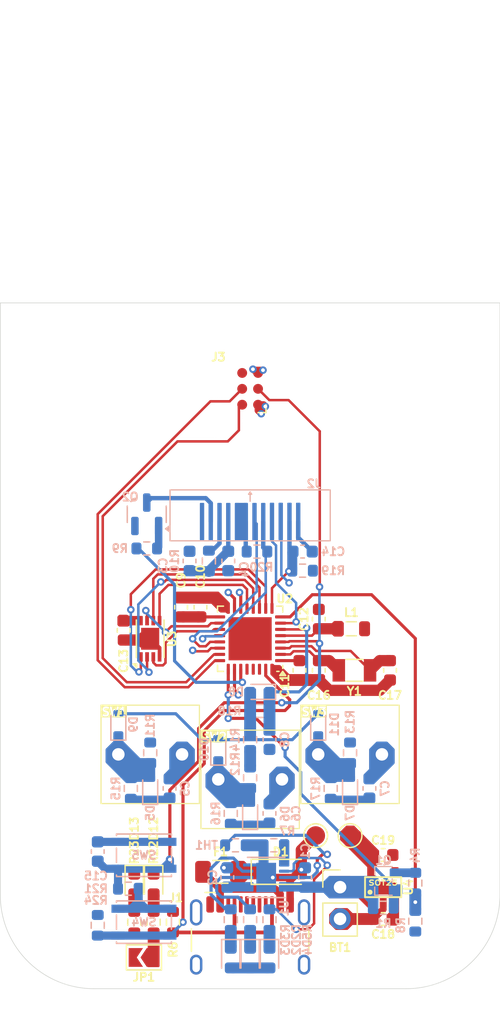
<source format=kicad_pcb>
(kicad_pcb (version 20241229) (generator "pcbnew") (generator_version "9.0")
  (layers (0 "F.Cu" signal) (4 "In1.Cu" signal) (6 "In2.Cu" signal) (2 "B.Cu" signal) (13 "F.Paste" user) (15 "B.Paste" user) (5 "F.SilkS" user "F.Silkscreen") (7 "B.SilkS" user "B.Silkscreen") (1 "F.Mask" user) (3 "B.Mask" user) (25 "Edge.Cuts" user))
  (net 0 "")
  (net 1 "+BATT")
  (net 2 "GND")
  (net 3 "Net-(D1-K)")
  (net 4 "/A")
  (net 5 "/B")
  (net 6 "/C")
  (net 7 "/WAKE")
  (net 8 "+3V3")
  (net 9 "+3.3VA")
  (net 10 "/NRST")
  (net 11 "/LSE_I")
  (net 12 "/LSE_O")
  (net 13 "Net-(D2-K)")
  (net 14 "Net-(D3-K)")
  (net 15 "Net-(D4-K)")
  (net 16 "/A_SW")
  (net 17 "/B_SW")
  (net 18 "/C_SW")
  (net 19 "Net-(D10-A)")
  (net 20 "Net-(D12-A)")
  (net 21 "/STATUS")
  (net 22 "Net-(D13-A)")
  (net 23 "Net-(F1-Pad1)")
  (net 24 "Net-(J1-CC1)")
  (net 36 "/SWDIO")
  (net 37 "/SWCLK")
  (net 38 "Net-(JP1-A)")
  (net 39 "/BAT_SENS_NEN")
  (net 40 "Net-(Q1-D)")
  (net 41 "Net-(U2-PA2)")
  (net 42 "Net-(U1-STAT1)")
  (net 43 "Net-(U1-STAT2)")
  (net 44 "Net-(U1-~{PG})")
  (net 45 "Net-(U1-PROG)")
  (net 46 "/BOOT")
  (net 47 "Net-(U1-THERM)")
  (net 49 "/FLASH_SPI_MOSI")
  (net 51 "/FLASH_NWP")
  (net 52 "/FLASH_NHOLD")
  (net 53 "/FLASH_SPI_SCK")
  (net 55 "/FLASH_SPI_MISO")
  (net 56 "/FLASH_SPI_NSS")
  (net 57 "/TFT_NRST")
  (net 58 "/TFT_DC")
  (net 59 "/TFT_SPI_NSS")
  (net 60 "/TFT_SPI_MOSI")
  (net 61 "/TFT_SPI_SCK")
  (net 62 "Net-(Q2-B)")
  (net 63 "/TFT_BL")
  (net 64 "Net-(J2-Pin_2)")
  (net 65 "Net-(J2-Pin_3)")
  (footprint "Inductor_SMD:L_0805_2012Metric" (layer "F.Cu") (at 158.1 99.2 180)
    (property "Reference" "L1")
    (property "Value" "10u")
  )
  (footprint "Capacitor_SMD:C_0603_1608Metric" (layer "F.Cu") (at 161.2 102.525 90)
    (property "Reference" "C17")
    (property "Value" "12p")
  )
  (footprint "Capacitor_SMD:C_0603_1608Metric" (layer "F.Cu") (at 155.5 98.425 90)
    (property "Reference" "C12")
    (property "Value" "100n")
  )
  (footprint "Package_DFN_QFN:DFN-8-1EP_3x2mm_P0.5mm_EP1.75x1.45mm" (layer "F.Cu") (at 142 100 90)
    (property "Reference" "U3")
    (property "Value" "AT25EU0021A-MAHN-T")
  )
  (footprint "Marijn:SOT-25" (layer "F.Cu") (at 160.65 119.875)
    (property "Reference" "U4")
    (property "Value" "AP7343D-33W5" (hide yes))
  )
  (footprint "Diode_SMD:D_SOD-123" (layer "F.Cu") (at 152.45 118.65)
    (property "Reference" "D1")
    (property "Value" "5v6")
  )
  (footprint "Capacitor_SMD:C_0603_1608Metric" (layer "F.Cu") (at 153.95 102.525 -90)
    (property "Reference" "C11")
    (property "Value" "100n")
  )
  (footprint "Fuse:Fuse_1206_3216Metric" (layer "F.Cu") (at 147.625 118.65)
    (property "Reference" "F1")
    (property "Value" "6V/2A")
  )
  (footprint "Capacitor_SMD:C_0603_1608Metric" (layer "F.Cu") (at 144.475 97.475 90)
    (property "Reference" "C9")
    (property "Value" "4u7")
  )
  (footprint "Marijn:TSF-1178Z" (layer "F.Cu") (at 158 109.25)
    (property "Reference" "SW3")
    (property "Value" "C")
  )
  (footprint "LED_SMD:LED_0603_1608Metric" (layer "F.Cu") (at 142.275 119.625 -90)
    (property "Reference" "D12")
    (property "Value" "PWR")
  )
  (footprint "Resistor_SMD:R_0603_1608Metric" (layer "F.Cu") (at 142.275 122.675 -90)
    (property "Reference" "R22")
    (property "Value" "5k1")
  )
  (footprint "Resistor_SMD:R_0603_1608Metric" (layer "F.Cu") (at 143.825 122.675 90)
    (property "Reference" "R6")
    (property "Value" "5k1")
  )
  (footprint "Package_DFN_QFN:QFN-32-1EP_5x5mm_P0.5mm_EP3.45x3.45mm" (layer "F.Cu") (at 150 100 180)
    (property "Reference" "U2")
    (property "Value" "STM32U031K4Ux")
  )
  (footprint "LED_SMD:LED_0603_1608Metric" (layer "F.Cu") (at 140.725002 119.625 -90)
    (property "Reference" "D13")
    (property "Value" "STATUS")
  )
  (footprint "TestPoint:TestPoint_Pad_D1.5mm" (layer "F.Cu") (at 158 115.75)
    (property "Reference" "TP1" (hide yes))
    (property "Value" "3v3")
  )
  (footprint "Capacitor_SMD:C_0603_1608Metric" (layer "F.Cu") (at 160.65 122.425)
    (property "Reference" "C18")
    (property "Value" "1u")
  )
  (footprint "Capacitor_SMD:C_0603_1608Metric" (layer "F.Cu") (at 155.5 102.525 90)
    (property "Reference" "C16")
    (property "Value" "12p")
  )
  (footprint "Connector_PinHeader_2.54mm:PinHeader_1x02_P2.54mm_Vertical" (layer "F.Cu") (at 157.2 119.875)
    (property "Reference" "BT1")
    (property "Value" "APP")
  )
  (footprint "Crystal:Crystal_SMD_3215-2Pin_3.2x1.5mm" (layer "F.Cu") (at 158.35 102.525 180)
    (property "Reference" "Y1")
    (property "Value" "32.786KHz")
  )
  (footprint "Capacitor_SMD:C_0603_1608Metric" (layer "F.Cu") (at 160.65 117.3 180)
    (property "Reference" "C19")
    (property "Value" "1u")
  )
  (footprint "Resistor_SMD:R_0603_1608Metric" (layer "F.Cu") (at 140.725 122.675 -90)
    (property "Reference" "R23")
    (property "Value" "1k")
  )
  (footprint "Connector:Tag-Connect_TC2030-IDC-FP_2x03_P1.27mm_Vertical" (layer "F.Cu") (at 150 80 90)
    (property "Reference" "J3")
    (property "Value" "JTAG")
  )
  (footprint "Jumper:SolderJumper-2_P1.3mm_Open_TrianglePad1.0x1.5mm" (layer "F.Cu") (at 141.499999 125.5 180)
    (property "Reference" "JP1")
    (property "Value" "PWR")
  )
  (footprint "Capacitor_SMD:C_0603_1608Metric" (layer "F.Cu") (at 146.025 97.475 90)
    (property "Reference" "C10")
    (property "Value" "100n")
  )
  (footprint "TestPoint:TestPoint_Pad_D1.5mm" (layer "F.Cu") (at 155.25 115.75)
    (property "Reference" "TP2" (hide yes))
    (property "Value" "GND")
  )
  (footprint "Marijn:TSF-1178Z" (layer "F.Cu") (at 150 111.25)
    (property "Reference" "SW2")
    (property "Value" "B")
  )
  (footprint "Connector_USB:USB_C_Receptacle_HCTL_HC-TYPE-C-16P-01A" (layer "F.Cu") (at 150 125)
    (property "Reference" "J1")
    (property "Value" "CH_USB_C")
  )
  (footprint "Marijn:TSF-1178Z" (layer "F.Cu") (at 142 109.25)
    (property "Reference" "SW1")
    (property "Value" "A")
  )
  (footprint "Capacitor_SMD:C_0603_1608Metric" (layer "F.Cu") (at 139.875 99.325 -90)
    (property "Reference" "C13")
    (property "Value" "100n")
  )
  (footprint "Marijn:SOD-523F" (layer "B.Cu") (at 142 112 90)
    (property "Reference" "D5")
    (property "Value" "~")
  )
  (footprint "Marijn:SOD-523F" (layer "B.Cu") (at 155.45 106.85 90)
    (property "Reference" "D11")
    (property "Value" "~")
  )
  (footprint "Resistor_SMD:R_0603_1608Metric" (layer "B.Cu") (at 148.45 113.975 90)
    (property "Reference" "R16")
    (property "Value" "10k")
  )
  (footprint "Capacitor_SMD:C_0603_1608Metric" (layer "B.Cu") (at 154.2 93.025)
    (property "Reference" "C14")
    (property "Value" "100n")
  )
  (footprint "Resistor_SMD:R_0603_1608Metric" (layer "B.Cu") (at 150 111.125 -90)
    (property "Reference" "R12")
    (property "Value" "10k")
  )
  (footprint "Marijn:GMT085-01" (layer "B.Cu") (at 150 90.625 180)
    (property "Reference" "J2")
    (property "Value" "display: GMT085-01")
  )
  (footprint "Resistor_SMD:R_0603_1608Metric" (layer "B.Cu") (at 148.45 122.475001 -90)
    (property "Reference" "R3")
    (property "Value" "470")
  )
  (footprint "Resistor_SMD:R_0603_1608Metric" (layer "B.Cu") (at 151.9 116.525)
    (property "Reference" "R7")
    (property "Value" "10k")
  )
  (footprint "Button_Switch_SMD:SW_SPST_PTS810" (layer "B.Cu") (at 141.499999 122.675 180)
    (property "Reference" "SW4")
    (property "Value" "BOOT")
  )
  (footprint "Capacitor_SMD:C_0603_1608Metric" (layer "B.Cu") (at 143.55 111.975 90)
    (property "Reference" "C5")
    (property "Value" "100n")
  )
  (footprint "Resistor_SMD:R_0603_1608Metric" (layer "B.Cu") (at 158 109.125 -90)
    (property "Reference" "R13")
    (property "Value" "10k")
  )
  (footprint "LED_SMD:LED_0603_1608Metric" (layer "B.Cu") (at 151.55 125.55 -90)
    (property "Reference" "D4")
    (property "Value" "PG")
  )
  (footprint "Package_DFN_QFN:DFN-10-1EP_3x3mm_P0.5mm_EP1.58x2.35mm" (layer "B.Cu") (at 151.287499 119.100001)
    (property "Reference" "U1")
    (property "Value" "MCP73833")
  )
  (footprint "Resistor_SMD:R_0603_1608Metric" (layer "B.Cu") (at 140.249997 120.000001)
    (property "Reference" "R21")
    (property "Value" "10k")
  )
  (footprint "Resistor_SMD:R_0603_1608Metric" (layer "B.Cu") (at 163.225 122.6 -90)
    (property "Reference" "R8")
    (property "Value" "10k")
  )
  (footprint "LED_SMD:LED_0603_1608Metric" (layer "B.Cu") (at 150 125.55 -90)
    (property "Reference" "D2")
    (property "Value" "STAT1")
  )
  (footprint "Resistor_SMD:R_0603_1608Metric" (layer "B.Cu") (at 160.675 121.525)
    (property "Reference" "R1")
    (property "Value" "10k")
  )
  (footprint "Resistor_SMD:R_0603_1608Metric" (layer "B.Cu") (at 150 108.075 90)
    (property "Reference" "R14")
    (property "Value" "10k")
  )
  (footprint "Resistor_SMD:R_0603_1608Metric" (layer "B.Cu") (at 154.2 94.55 180)
    (property "Reference" "R19")
    (property "Value" "51k")
  )
  (footprint "Resistor_SMD:R_0603_1608Metric" (layer "B.Cu") (at 150 122.475 -90)
    (property "Reference" "R2")
    (property "Value" "470")
  )
  (footprint "Capacitor_SMD:C_0603_1608Metric" (layer "B.Cu") (at 148.25 93.775 -90)
    (property "Reference" "C4")
    (property "Value" "100n")
  )
  (footprint "Capacitor_SMD:C_0603_1608Metric" (layer "B.Cu") (at 137.799999 117.025 -90)
    (property "Reference" "C15")
    (property "Value" "100n")
  )
  (footprint "Marijn:SOD-523F" (layer "B.Cu") (at 139.45 106.85 90)
    (property "Reference" "D9")
    (property "Value" "~")
  )
  (footprint "Capacitor_SMD:C_0603_1608Metric" (layer "B.Cu") (at 159.55 111.975 90)
    (property "Reference" "C7")
    (property "Value" "100n")
  )
  (footprint "Resistor_SMD:R_0603_1608Metric" (layer "B.Cu") (at 151.549999 122.474998 -90)
    (property "Reference" "R5")
    (property "Value" "470")
  )
  (footprint "Capacitor_SMD:C_0603_1608Metric" (layer "B.Cu") (at 154.4 119.1 90)
    (property "Reference" "C1")
    (property "Value" "1u")
  )
  (footprint "Resistor_SMD:R_0603_1608Metric" (layer "B.Cu") (at 150.775 105.775 180)
    (property "Reference" "R18")
    (property "Value" "10k")
  )
  (footprint "Marijn:SOT-323" (layer "B.Cu") (at 160.675 119.375 -90)
    (property "Reference" "Q1")
    (property "Value" "ZVP1320FTA")
  )
  (footprint "Resistor_SMD:R_0603_1608Metric" (layer "B.Cu") (at 156.45 111.975 90)
    (property "Reference" "R17")
    (property "Value" "10k")
  )
  (footprint "Marijn:SOD-523F" (layer "B.Cu") (at 158 112 90)
    (property "Reference" "D7")
    (property "Value" "~")
  )
  (footprint "Resistor_SMD:R_0603_1608Metric" (layer "B.Cu") (at 141.725 92.775 180)
    (property "Reference" "R9")
    (property "Value" "2k2")
  )
  (footprint "Button_Switch_SMD:SW_SPST_PTS810" (layer "B.Cu") (at 141.499999 117.325)
    (property "Reference" "SW5")
    (property "Value" "NRST")
  )
  (footprint "Capacitor_SMD:C_0603_1608Metric" (layer "B.Cu") (at 151.55 113.975 90)
    (property "Reference" "C6")
    (property "Value" "100n")
  )
  (footprint "Resistor_SMD:R_0603_1608Metric" (layer "B.Cu") (at 150.55 93.025 180)
    (property "Reference" "R20")
    (property "Value" "51k")
  )
  (footprint "Resistor_SMD:R_0603_1608Metric" (layer "B.Cu") (at 148.825 116.525)
    (property "Reference" "TH1")
    (property "Value" "10k")
  )
  (footprint "Marijn:SOD-523F" (layer "B.Cu") (at 150 114 90)
    (property "Reference" "D6")
    (property "Value" "~")
  )
  (footprint "Resistor_SMD:R_0603_1608Metric" (layer "B.Cu") (at 142 109.125 -90)
    (property "Reference" "R11")
    (property "Value" "10k")
  )
  (footprint "Resistor_SMD:R_0603_1608Metric" (layer "B.Cu") (at 140.45 111.975 90)
    (property "Reference" "R15")
    (property "Value" "10k")
  )
  (footprint "Capacitor_SMD:C_0603_1608Metric" (layer "B.Cu") (at 151.55 108.075 -90)
    (property "Reference" "C8")
    (property "Value" "100n")
  )
  (footprint "Capacitor_SMD:C_0603_1608Metric" (layer "B.Cu") (at 145.15 93.775 90)
    (property "Reference" "C3")
    (property "Value" "100n")
  )
  (footprint "Marijn:SOD-523F" (layer "B.Cu") (at 147.45 108.85 90)
    (property "Reference" "D10")
    (property "Value" "~")
  )
  (footprint "LED_SMD:LED_0603_1608Metric" (layer "B.Cu") (at 148.45 125.55 -90)
    (property "Reference" "D3")
    (property "Value" "STAT2")
  )
  (footprint "Capacitor_SMD:C_0603_1608Metric" (layer "B.Cu") (at 148.175 119.1 90)
    (property "Reference" "C2")
    (property "Value" "1u")
  )
  (footprint "Marijn:SOD-523F" (layer "B.Cu") (at 150.775 104.25 180)
    (property "Reference" "D8")
    (property "Value" "~")
  )
  (footprint "Package_TO_SOT_SMD:SOT-23" (layer "B.Cu") (at 141.725 90.0375 90)
    (property "Reference" "Q2")
    (property "Value" "SS8050-MS")
  )
  (footprint "Resistor_SMD:R_0603_1608Metric" (layer "B.Cu") (at 137.8 122.925 -90)
    (property "Reference" "R24")
    (property "Value" "10k")
  )
  (footprint "Resistor_SMD:R_0603_1608Metric" (layer "B.Cu") (at 163.225 119.55 -90)
    (property "Reference" "R4")
    (property "Value" "10k")
  )
  (footprint "Resistor_SMD:R_0603_1608Metric" (layer "B.Cu") (at 146.7 93.775 -90)
    (property "Reference" "R10")
    (property "Value" "5R1")
  )
  (gr_line (start 130 73.125) (end 130 120.5) (stroke (width 0.05)) (layer "Edge.Cuts"))
  (gr_line (start 170 73.125) (end 170 120.5) (stroke (width 0.05)) (layer "Edge.Cuts"))
  (gr_line (start 170 73.125) (end 130 73.125) (stroke (width 0.05)) (layer "Edge.Cuts"))
  (gr_line (start 137.5 128) (end 162.5 128) (stroke (width 0.05)) (layer "Edge.Cuts"))
  (gr_arc (start 170 120.5) (mid 167.803301 125.803301) (end 162.5 128) (stroke (width 0.05)) (layer "Edge.Cuts"))
  (gr_arc (start 137.5 128) (mid 132.196699 125.803301) (end 130 120.5) (stroke (width 0.05)) (layer "Edge.Cuts"))
  (segment (start 152.979594 119.104594) (end 153.420406 119.104594) (width 0.6) (layer "F.Cu") (net 2))
  (segment (start 142.751003 100.724001) (end 142.751003 101.45) (width 0.3) (layer "F.Cu") (net 2))
  (segment (start 153.420406 119.104594) (end 153.5 119.025) (width 0.6) (layer "F.Cu") (net 2))
  (segment (start 154.1 116.9) (end 155.25 115.75) (width 0.9) (layer "F.Cu") (net 2))
  (segment (start 153.2 119.325) (end 152.979594 119.104594) (width 0.6) (layer "F.Cu") (net 2))
  (segment (start 156.324999 104.125) (end 160.375001 104.125) (width 0.9) (layer "F.Cu") (net 2))
  (segment (start 153.5 119.025) (end 153.2 119.325) (width 0.6) (layer "F.Cu") (net 2))
  (segment (start 152.979594 119.104594) (end 151.812499 119.104594) (width 0.6) (layer "F.Cu") (net 2))
  (segment (start 160.65 121.649999) (end 159.874999 122.425) (width 0.55) (layer "F.Cu") (net 2))
  (segment (start 150.805408 78.73) (end 151.030205 78.505203) (width 0.2) (layer "F.Cu") (net 2))
  (segment (start 155.5 103.300001) (end 156.324999 104.125) (width 0.9) (layer "F.Cu") (net 2))
  (segment (start 160.375001 104.125) (end 161.2 103.300001) (width 0.9) (layer "F.Cu") (net 2))
  (segment (start 150.525 78.73) (end 150.225 78.43) (width 0.2) (layer "F.Cu") (net 2))
  (segment (start 153.875 118.65) (end 153.5 119.025) (width 0.6) (layer "F.Cu") (net 2))
  (segment (start 160.65 121.075) (end 160.65 121.649999) (width 0.55) (layer "F.Cu") (net 2))
  (segment (start 150.634999 78.73) (end 150.805408 78.73) (width 0.2) (layer "F.Cu") (net 2))
  (segment (start 150.225 78.43) (end 150.300203 78.505203) (width 0.55) (layer "F.Cu") (net 2))
  (segment (start 142.027002 100) (end 142.751003 100.724001) (width 0.3) (layer "F.Cu") (net 2))
  (segment (start 154.1 118.475001) (end 154.1 116.9) (width 0.9) (layer "F.Cu") (net 2))
  (segment (start 154.1 118.65) (end 153.875 118.65) (width 0.6) (layer "F.Cu") (net 2))
  (segment (start 142 100) (end 142.027002 100) (width 0.3) (layer "F.Cu") (net 2))
  (segment (start 150.300203 78.505203) (end 151.030205 78.505203) (width 0.55) (layer "F.Cu") (net 2))
  (segment (start 150.634999 78.73) (end 150.525 78.73) (width 0.2) (layer "F.Cu") (net 2))
  (segment (start 153.2 121.255) (end 153.2 119.325) (width 0.6) (layer "F.Cu") (net 2))
  (via (at 147.9 118.325) (size 0.6) (drill 0.3) (layers "F.Cu" "B.Cu") (net 2))
  (via (at 151.030205 78.505203) (size 0.6) (drill 0.3) (layers "F.Cu" "B.Cu") (net 2))
  (via (at 150.225 78.43) (size 0.6) (drill 0.3) (layers "F.Cu" "B.Cu") (net 2))
  (via (at 154.1 118.475001) (size 0.6) (drill 0.3) (layers "F.Cu" "B.Cu") (net 2))
  (via (at 151.812499 119.104594) (size 0.6) (drill 0.3) (layers "F.Cu" "B.Cu") (net 2))
  (segment (start 148.175 118.324999) (end 147.900001 118.324999) (width 0.25) (layer "B.Cu") (net 2))
  (segment (start 153.85 91.899999) (end 154.975001 93.025) (width 0.35) (layer "B.Cu") (net 2))
  (segment (start 151.075 116.525) (end 151.075 118.8875) (width 0.8) (layer "B.Cu") (net 2))
  (segment (start 139.424999 116.25) (end 137.799999 116.249999) (width 0.65) (layer "B.Cu") (net 2))
  (segment (start 154.4 118.324999) (end 154.250002 118.324999) (width 0.25) (layer "B.Cu") (net 2))
  (segment (start 154.250002 118.324999) (end 154.1 118.475001) (width 0.25) (layer "B.Cu") (net 2))
  (segment (start 150.550002 118.1) (end 151.287499 118.8375) (width 0.25) (layer "B.Cu") (net 2))
  (segment (start 153.85 90.6125) (end 153.85 91.899999) (width 0.35) (layer "B.Cu") (net 2))
  (segment (start 147.900001 118.324999) (end 147.9 118.325) (width 0.25) (layer "B.Cu") (net 2))
  (segment (start 143.574999 116.25) (end 139.424999 116.25) (width 0.65) (layer "B.Cu") (net 2))
  (segment (start 151.807906 119.100001) (end 151.812499 119.104594) (width 0.25) (layer "B.Cu") (net 2))
  (segment (start 149.65 90.625) (end 149.65 92.95) (width 0.35) (layer "B.Cu") (net 2))
  (segment (start 151.287499 119.100001) (end 151.807906 119.100001) (width 0.25) (layer "B.Cu") (net 2))
  (segment (start 149.65 92.95) (end 149.725 93.025) (width 0.35) (layer "B.Cu") (net 2))
  (segment (start 151.287499 118.8375) (end 151.287499 119.100001) (width 0.25) (layer "B.Cu") (net 2))
  (segment (start 151.075 118.8875) (end 151.287499 119.100001) (width 0.8) (layer "B.Cu") (net 2))
  (segment (start 149.850001 118.100001) (end 150.550002 118.1) (width 0.25) (layer "B.Cu") (net 2))
  (segment (start 149.250001 96.391118) (end 149.15 96.291117) (width 0.25) (layer "F.Cu") (net 4))
  (segment (start 149.250001 97.5625) (end 149.250001 96.391118) (width 0.25) (layer "F.Cu") (net 4))
  (via (at 149.15 96.29) (size 0.6) (drill 0.3) (layers "F.Cu" "B.Cu") (net 4))
  (segment (start 142 112.85) (end 140.5 112.85) (width 0.6) (layer "B.Cu") (net 4))
  (segment (start 140.5 112.85) (end 140.45 112.8) (width 0.6) (layer "B.Cu") (net 4))
  (segment (start 143.450001 112.85) (end 143.55 112.750001) (width 0.6) (layer "B.Cu") (net 4))
  (segment (start 142 112.85) (end 143.450001 112.85) (width 0.6) (layer "B.Cu") (net 4))
  (segment (start 143.500001 112.8) (end 143.55 112.750001) (width 0.8) (layer "B.Cu") (net 4))
  (segment (start 148.749999 97.562499) (end 148.749999 96.774999) (width 0.25) (layer "F.Cu") (net 5))
  (segment (start 148.749999 96.774999) (end 148.25 96.275) (width 0.25) (layer "F.Cu") (net 5))
  (via (at 148.25 96.29) (size 0.6) (drill 0.3) (layers "F.Cu" "B.Cu") (net 5))
  (segment (start 151.450001 114.85) (end 151.55 114.750001) (width 0.6) (layer "B.Cu") (net 5))
  (segment (start 148.5 114.85) (end 148.45 114.8) (width 0.6) (layer "B.Cu") (net 5))
  (segment (start 150 114.85) (end 148.5 114.85) (width 0.6) (layer "B.Cu") (net 5))
  (segment (start 150 114.85) (end 151.450001 114.85) (width 0.6) (layer "B.Cu") (net 5))
  (segment (start 148.749998 102.437498) (end 148.749998 104.106642) (width 0.25) (layer "F.Cu") (net 6))
  (segment (start 149.050003 104.406647) (end 149.050003 104.491942) (width 0.25) (layer "F.Cu") (net 6))
  (segment (start 148.749998 104.106642) (end 149.050003 104.406647) (width 0.25) (layer "F.Cu") (net 6))
  (via (at 149.050003 104.491942) (size 0.6) (drill 0.3) (layers "F.Cu" "B.Cu") (net 6))
  (segment (start 159.450001 112.85) (end 159.55 112.750001) (width 0.6) (layer "B.Cu") (net 6))
  (segment (start 158 112.85) (end 159.450001 112.85) (width 0.6) (layer "B.Cu") (net 6))
  (segment (start 156.5 112.85) (end 156.45 112.8) (width 0.6) (layer "B.Cu") (net 6))
  (segment (start 158 112.85) (end 156.5 112.85) (width 0.6) (layer "B.Cu") (net 6))
  (segment (start 152.4375 99.250001) (end 154.424999 99.250001) (width 0.2) (layer "F.Cu") (net 7))
  (segment (start 154.424999 99.250001) (end 154.525 99.15) (width 0.2) (layer "F.Cu") (net 7))
  (via (at 154.525 99.15) (size 0.6) (drill 0.3) (layers "F.Cu" "B.Cu") (net 7))
  (segment (start 153.925 104.25) (end 151.625 104.25) (width 0.25) (layer "B.Cu") (net 7))
  (segment (start 154.525 103.65) (end 153.925 104.25) (width 0.25) (layer "B.Cu") (net 7))
  (segment (start 154.525 99.15) (end 154.525 103.65) (width 0.25) (layer "B.Cu") (net 7))
  (segment (start 147.562503 98.249999) (end 146.025002 98.249999) (width 0.25) (layer "F.Cu") (net 8))
  (segment (start 151.077678 81.27) (end 151.219045 81.411367) (width 0.55) (layer "F.Cu") (net 8))
  (segment (start 146.025002 98.249999) (end 146.025 98.250001) (width 0.25) (layer "F.Cu") (net 8))
  (segment (start 150.634999 81.27) (end 150.634999 81.737304) (width 0.2) (layer "F.Cu") (net 8))
  (segment (start 150.634999 81.730662) (end 150.82655 81.922213) (width 0.55) (layer "F.Cu") (net 8))
  (segment (start 150.634999 81.737304) (end 150.89085 81.993155) (width 0.2) (layer "F.Cu") (net 8))
  (segment (start 152.437497 101.750001) (end 152.437499 101.749999) (width 0.25) (layer "F.Cu") (net 8))
  (segment (start 150.634999 81.27) (end 151.077678 81.27) (width 0.55) (layer "F.Cu") (net 8))
  (segment (start 150.89085 81.739562) (end 151.219045 81.411367) (width 0.55) (layer "F.Cu") (net 8))
  (segment (start 150.89085 81.993155) (end 150.89085 81.739562) (width 0.55) (layer "F.Cu") (net 8))
  (segment (start 150.634999 81.27) (end 150.634999 81.730662) (width 0.55) (layer "F.Cu") (net 8))
  (segment (start 152.437499 101.749999) (end 153.925 101.749999) (width 0.25) (layer "F.Cu") (net 8))
  (via (at 151.219045 81.411367) (size 0.6) (drill 0.3) (layers "F.Cu" "B.Cu") (net 8))
  (via (at 150.89085 81.993155) (size 0.6) (drill 0.3) (layers "F.Cu" "B.Cu") (net 8))
  (segment (start 140.5 121.6) (end 139.424999 121.6) (width 0.65) (layer "B.Cu") (net 8))
  (segment (start 148.25 90.625) (end 148.25 92.999999) (width 0.35) (layer "B.Cu") (net 8))
  (segment (start 143.574999 121.6) (end 142.05 121.6) (width 0.65) (layer "B.Cu") (net 8))
  (segment (start 148.221338 92.999999) (end 148.25 92.999999) (width 0.7) (layer "B.Cu") (net 8))
  (segment (start 141.074997 120.000001) (end 141.074997 121.025003) (width 0.65) (layer "B.Cu") (net 8))
  (segment (start 142.05 121.6) (end 140.5 121.6) (width 0.65) (layer "B.Cu") (net 8))
  (segment (start 141.649994 121.6) (end 142.05 121.6) (width 0.65) (layer "B.Cu") (net 8))
  (segment (start 141.074997 121.025003) (end 140.5 121.6) (width 0.65) (layer "B.Cu") (net 8))
  (segment (start 145.199999 94.6) (end 145.15 94.550001) (width 0.8) (layer "B.Cu") (net 8))
  (segment (start 141.074997 121.025003) (end 141.649994 121.6) (width 0.65) (layer "B.Cu") (net 8))
  (segment (start 146.7 94.6) (end 146.7 94.521337) (width 0.7) (layer "B.Cu") (net 8))
  (segment (start 146.7 94.6) (end 145.199999 94.6) (width 0.8) (layer "B.Cu") (net 8))
  (segment (start 146.7 94.521337) (end 148.221338 92.999999) (width 0.7) (layer "B.Cu") (net 8))
  (segment (start 146.699997 94.600003) (end 146.7 94.6) (width 0.9) (layer "B.Cu") (net 8))
  (segment (start 152.437499 99.75) (end 154.950001 99.75) (width 0.2) (layer "F.Cu") (net 9))
  (segment (start 154.950001 99.75) (end 155.5 99.200001) (width 0.2) (layer "F.Cu") (net 9))
  (segment (start 145.876 107.174) (end 147.933058 105.116942) (width 0.25) (layer "F.Cu") (net 10))
  (segment (start 147.933058 105.116942) (end 152.533058 105.116942) (width 0.25) (layer "F.Cu") (net 10))
  (segment (start 153.14369 100.196999) (end 153.090691 100.249998) (width 0.2) (layer "F.Cu") (net 10))
  (segment (start 143.574999 112.100249) (end 145.876 109.799248) (width 0.25) (layer "F.Cu") (net 10))
  (segment (start 155.575 83.399303) (end 153.079146 80.903449) (width 0.2) (layer "F.Cu") (net 10))
  (segment (start 145.876 109.799248) (end 145.876 107.174) (width 0.25) (layer "F.Cu") (net 10))
  (segment (start 155.401892 100.196999) (end 153.14369 100.196999) (width 0.2) (layer "F.Cu") (net 10))
  (segment (start 153.079146 80.903449) (end 151.538449 80.903449) (width 0.2) (layer "F.Cu") (net 10))
  (segment (start 151.538449 80.903449) (end 150.635 80) (width 0.2) (layer "F.Cu") (net 10))
  (segment (start 155.575 95.85) (end 155.575 83.399303) (width 0.2) (layer "F.Cu") (net 10))
  (segment (start 155.557815 100.375) (end 155.557815 100.352922) (width 0.2) (layer "F.Cu") (net 10))
  (segment (start 153.090691 100.249998) (end 152.4375 100.249998) (width 0.2) (layer "F.Cu") (net 10))
  (segment (start 155.557815 100.352922) (end 155.401892 100.196999) (width 0.2) (layer "F.Cu") (net 10))
  (segment (start 143.574999 117.662191) (end 143.574999 112.100249) (width 0.25) (layer "F.Cu") (net 10))
  (via (at 143.574999 117.662191) (size 0.6) (drill 0.3) (layers "F.Cu" "B.Cu") (net 10))
  (via (at 155.5575 95.85) (size 0.6) (drill 0.3) (layers "F.Cu" "B.Cu") (net 10))
  (via (at 152.533058 105.116942) (size 0.6) (drill 0.3) (layers "F.Cu" "B.Cu") (net 10))
  (via (at 155.5575 100.375) (size 0.6) (drill 0.3) (layers "F.Cu" "B.Cu") (net 10))
  (segment (start 153.733058 105.116942) (end 152.533058 105.116942) (width 0.25) (layer "B.Cu") (net 10))
  (segment (start 155.557815 100.375) (end 155.557815 103.292185) (width 0.25) (layer "B.Cu") (net 10))
  (segment (start 155.55 100.367185) (end 155.557815 100.375) (width 0.2) (layer "B.Cu") (net 10))
  (segment (start 155.55 95.875) (end 155.55 100.367185) (width 0.2) (layer "B.Cu") (net 10))
  (segment (start 138.399998 118.4) (end 137.799999 117.800001) (width 0.65) (layer "B.Cu") (net 10))
  (segment (start 143.574999 118.4) (end 143.574999 117.662191) (width 0.65) (layer "B.Cu") (net 10))
  (segment (start 139.424999 118.4) (end 138.399998 118.4) (width 0.65) (layer "B.Cu") (net 10))
  (segment (start 143.574999 117.662191) (end 143.574999 117.850001) (width 0.65) (layer "B.Cu") (net 10))
  (segment (start 139.424997 120.000001) (end 139.424997 118.400002) (width 0.65) (layer "B.Cu") (net 10))
  (segment (start 143.574999 117.850001) (end 143.025 118.4) (width 0.65) (layer "B.Cu") (net 10))
  (segment (start 155.557815 103.292185) (end 153.733058 105.116942) (width 0.25) (layer "B.Cu") (net 10))
  (segment (start 143.025 118.4) (end 143.574999 118.4) (width 0.65) (layer "B.Cu") (net 10))
  (segment (start 155.575 95.85) (end 155.55 95.875) (width 0.2) (layer "B.Cu") (net 10))
  (segment (start 139.424997 118.400002) (end 139.424999 118.4) (width 0.65) (layer "B.Cu") (net 10))
  (segment (start 139.424999 118.4) (end 143.025 118.4) (width 0.65) (layer "B.Cu") (net 10))
  (segment (start 153.224887 101.250002) (end 153.47589 100.998999) (width 0.2) (layer "F.Cu") (net 11))
  (segment (start 152.437498 101.250002) (end 153.224887 101.250002) (width 0.2) (layer "F.Cu") (net 11))
  (segment (start 154.749 100.998999) (end 155.5 101.749999) (width 0.2) (layer "F.Cu") (net 11))
  (segment (start 156.324999 101.749999) (end 157.1 102.525) (width 0.9) (layer "F.Cu") (net 11))
  (segment (start 153.47589 100.998999) (end 154.749 100.998999) (width 0.2) (layer "F.Cu") (net 11))
  (segment (start 155.5 101.749999) (end 156.324999 101.749999) (width 0.9) (layer "F.Cu") (net 11))
  (segment (start 158.05 100.975) (end 159.6 102.525) (width 0.2) (layer "F.Cu") (net 12))
  (segment (start 153.157789 100.75) (end 153.30979 100.597999) (width 0.2) (layer "F.Cu") (net 12))
  (segment (start 153.30979 100.597999) (end 154.9151 100.597999) (width 0.2) (layer "F.Cu") (net 12))
  (segment (start 152.4375 100.75) (end 153.157789 100.75) (width 0.2) (layer "F.Cu") (net 12))
  (segment (start 160.375001 101.749999) (end 159.6 102.525) (width 0.9) (layer "F.Cu") (net 12))
  (segment (start 155.292101 100.975) (end 158.05 100.975) (width 0.2) (layer "F.Cu") (net 12))
  (segment (start 161.2 101.749999) (end 160.375001 101.749999) (width 0.9) (layer "F.Cu") (net 12))
  (segment (start 154.9151 100.597999) (end 155.292101 100.975) (width 0.2) (layer "F.Cu") (net 12))
  (segment (start 155.45 106) (end 153.375 108.075) (width 0.25) (layer "B.Cu") (net 19))
  (segment (start 153.375 108.075) (end 147.525 108.075) (width 0.25) (layer "B.Cu") (net 19))
  (segment (start 147.525 108.075) (end 147.45 108) (width 0.25) (layer "B.Cu") (net 19))
  (segment (start 144.05 106) (end 146.125 108.075) (width 0.25) (layer "B.Cu") (net 19))
  (segment (start 146.125 108.075) (end 147.375 108.075) (width 0.25) (layer "B.Cu") (net 19))
  (segment (start 147.375 108.075) (end 147.45 108) (width 0.25) (layer "B.Cu") (net 19))
  (segment (start 139.45 106) (end 144.05 106) (width 0.25) (layer "B.Cu") (net 19))
  (segment (start 147.6 121.255) (end 147.6 120.025) (width 0.6) (layer "F.Cu") (net 23))
  (segment (start 152.4 120.425) (end 152 120.025) (width 0.6) (layer "F.Cu") (net 23))
  (segment (start 152 120.025) (end 147.6 120.025) (width 0.6) (layer "F.Cu") (net 23))
  (segment (start 152.4 121.255) (end 152.4 120.425) (width 0.6) (layer "F.Cu") (net 23))
  (segment (start 147.6 120.025) (end 146.225 118.65) (width 0.6) (layer "F.Cu") (net 23))
  (segment (start 148.375 123.5) (end 148.75 123.125) (width 0.3) (layer "F.Cu") (net 24))
  (segment (start 151.375 123.5) (end 151.75 123.125) (width 0.3) (layer "F.Cu") (net 24))
  (segment (start 147.259534 123.5) (end 148.375 123.5) (width 0.3) (layer "F.Cu") (net 24))
  (segment (start 151.75 123.125) (end 151.75 121.255) (width 0.3) (layer "F.Cu") (net 24))
  (segment (start 148.75 123.125) (end 148.75 121.255) (width 0.3) (layer "F.Cu") (net 24))
  (segment (start 147.259534 123.5) (end 151.375 123.5) (width 0.3) (layer "F.Cu") (net 24))
  (segment (start 147.259534 123.5) (end 143.825 123.5) (width 0.3) (layer "F.Cu") (net 24))
  (segment (start 149.1 83.320471) (end 148.214971 84.2055) (width 0.2) (layer "F.Cu") (net 36))
  (segment (start 144.185903 84.2055) (end 138.2 90.191403) (width 0.2) (layer "F.Cu") (net 36))
  (segment (start 149.153703 81.481298) (end 149.1 81.481298) (width 0.2) (layer "F.Cu") (net 36))
  (segment (start 140.125 103.475) (end 144.884205 103.475) (width 0.2) (layer "F.Cu") (net 36))
  (segment (start 147.109204 101.250001) (end 147.562499 101.250001) (width 0.2) (layer "F.Cu") (net 36))
  (segment (start 148.214971 84.2055) (end 144.185903 84.2055) (width 0.2) (layer "F.Cu") (net 36))
  (segment (start 149.1 81.481298) (end 149.1 83.320471) (width 0.2) (layer "F.Cu") (net 36))
  (segment (start 138.2 101.55) (end 140.125 103.475) (width 0.2) (layer "F.Cu") (net 36))
  (segment (start 144.884205 103.475) (end 147.109204 101.250001) (width 0.2) (layer "F.Cu") (net 36))
  (segment (start 149.365001 81.27) (end 149.153703 81.481298) (width 0.2) (layer "F.Cu") (net 36))
  (segment (start 138.2 90.191403) (end 138.2 101.55) (width 0.2) (layer "F.Cu") (net 36))
  (segment (start 146.822753 81.00155) (end 137.799 90.025303) (width 0.2) (layer "F.Cu") (net 37))
  (segment (start 145.050305 103.876) (end 147.176303 101.750002) (width 0.2) (layer "F.Cu") (net 37))
  (segment (start 147.176303 101.750002) (end 147.562501 101.750002) (width 0.2) (layer "F.Cu") (net 37))
  (segment (start 137.799 101.7161) (end 139.9589 103.876) (width 0.2) (layer "F.Cu") (net 37))
  (segment (start 149.365 80) (end 148.36345 81.00155) (width 0.2) (layer "F.Cu") (net 37))
  (segment (start 148.36345 81.00155) (end 146.822753 81.00155) (width 0.2) (layer "F.Cu") (net 37))
  (segment (start 139.9589 103.876) (end 145.050305 103.876) (width 0.2) (layer "F.Cu") (net 37))
  (segment (start 137.799 90.025303) (end 137.799 101.7161) (width 0.2) (layer "F.Cu") (net 37))
  (segment (start 148.25 106.367942) (end 150.467942 106.367942) (width 0.25) (layer "F.Cu") (net 39))
  (segment (start 148.25 103.275002) (end 148.249999 103.275001) (width 0.25) (layer "F.Cu") (net 39))
  (segment (start 148.249999 103.275001) (end 148.249999 102.437497) (width 0.25) (layer "F.Cu") (net 39))
  (segment (start 150.467942 106.367942) (end 152.8 108.7) (width 0.25) (layer "F.Cu") (net 39))
  (segment (start 148.25 104.491942) (end 148.25 103.275002) (width 0.25) (layer "F.Cu") (net 39))
  (via (at 152.8 108.7) (size 0.6) (drill 0.3) (layers "F.Cu" "B.Cu") (net 39))
  (via (at 148.25 106.367942) (size 0.6) (drill 0.3) (layers "F.Cu" "B.Cu") (net 39))
  (via (at 148.25 104.491942) (size 0.6) (drill 0.3) (layers "F.Cu" "B.Cu") (net 39))
  (segment (start 154.05 112.4) (end 154.05 110.675) (width 0.25) (layer "B.Cu") (net 39))
  (segment (start 154.05 110.675) (end 152.8 109.425) (width 0.25) (layer "B.Cu") (net 39))
  (segment (start 152.8 109.425) (end 152.8 108.7) (width 0.25) (layer "B.Cu") (net 39))
  (segment (start 148.25 106.367942) (end 148.25 104.491942) (width 0.25) (layer "B.Cu") (net 39))
  (segment (start 161.674999 120.024999) (end 154.05 112.4) (width 0.25) (layer "B.Cu") (net 39))
  (segment (start 161.675001 118.725) (end 163.225 118.725) (width 0.7) (layer "B.Cu") (net 40))
  (segment (start 163.225 99.975) (end 163.225 121.075) (width 0.25) (layer "F.Cu") (net 41))
  (segment (start 152.437499 98.249998) (end 153.200002 98.249998) (width 0.25) (layer "F.Cu") (net 41))
  (segment (start 153.200002 98.249998) (end 154.975 96.475) (width 0.25) (layer "F.Cu") (net 41))
  (segment (start 159.725 96.475) (end 163.225 99.975) (width 0.25) (layer "F.Cu") (net 41))
  (segment (start 154.975 96.475) (end 159.725 96.475) (width 0.25) (layer "F.Cu") (net 41))
  (via (at 163.225 121.075) (size 0.6) (drill 0.3) (layers "F.Cu" "B.Cu") (net 41))
  (segment (start 147.325 119.45) (end 147.325 120.285467) (width 0.25) (layer "B.Cu") (net 42))
  (segment (start 149.025 120.675) (end 150 121.65) (width 0.25) (layer "B.Cu") (net 42))
  (segment (start 147.714533 120.675) (end 149.025 120.675) (width 0.25) (layer "B.Cu") (net 42))
  (segment (start 147.325 120.285467) (end 147.714533 120.675) (width 0.25) (layer "B.Cu") (net 42))
  (segment (start 147.674999 119.100001) (end 147.325 119.45) (width 0.25) (layer "B.Cu") (net 42))
  (segment (start 149.849999 119.100001) (end 147.674999 119.100001) (width 0.25) (layer "B.Cu") (net 42))
  (segment (start 148.051724 121.650001) (end 148.45 121.650001) (width 0.25) (layer "B.Cu") (net 43))
  (segment (start 147.690534 117.548999) (end 146.874 118.365533) (width 0.25) (layer "B.Cu") (net 43))
  (segment (start 146.874 118.365533) (end 146.874 120.472277) (width 0.25) (layer "B.Cu") (net 43))
  (segment (start 146.874 120.472277) (end 148.051724 121.650001) (width 0.25) (layer "B.Cu") (net 43))
  (segment (start 149 117.889533) (end 148.659466 117.548999) (width 0.25) (layer "B.Cu") (net 43))
  (segment (start 149.849999 118.600001) (end 149.386343 118.600001) (width 0.25) (layer "B.Cu") (net 43))
  (segment (start 148.659466 117.548999) (end 147.690534 117.548999) (width 0.25) (layer "B.Cu") (net 43))
  (segment (start 149 118.213658) (end 149 117.889533) (width 0.25) (layer "B.Cu") (net 43))
  (segment (start 149.386343 118.600001) (end 149 118.213658) (width 0.25) (layer "B.Cu") (net 43))
  (segment (start 156.174638 118.19568) (end 156.174638 118.121238) (width 0.2) (layer "F.Cu") (net 44))
  (segment (start 155.121 122.776785) (end 155.121 119.249318) (width 0.2) (layer "F.Cu") (net 44))
  (segment (start 154.651785 123.246) (end 155.121 122.776785) (width 0.2) (layer "F.Cu") (net 44))
  (segment (start 155.121 119.249318) (end 156.174638 118.19568) (width 0.2) (layer "F.Cu") (net 44))
  (segment (start 153.690357 123.246) (end 154.651785 123.246) (width 0.2) (layer "F.Cu") (net 44))
  (via (at 156.174638 118.121238) (size 0.6) (drill 0.3) (layers "F.Cu" "B.Cu") (net 44))
  (via (at 153.690357 123.246) (size 0.6) (drill 0.3) (layers "F.Cu" "B.Cu") (net 44))
  (segment (start 153.499 118.476) (end 153.499 118.000889) (width 0.2) (layer "B.Cu") (net 44))
  (segment (start 153.690357 123.246) (end 152.804298 122.359941) (width 0.2) (layer "B.Cu") (net 44))
  (segment (start 152.099998 121.649998) (end 151.549999 121.649998) (width 0.2) (layer "B.Cu") (net 44))
  (segment (start 153.955514 117.544375) (end 155.625858 117.544375) (width 0.2) (layer "B.Cu") (net 44))
  (segment (start 155.625858 117.544375) (end 156.174638 118.093155) (width 0.2) (layer "B.Cu") (net 44))
  (segment (start 152.804298 122.359941) (end 152.804298 122.354298) (width 0.2) (layer "B.Cu") (net 44))
  (segment (start 156.174638 118.093155) (end 156.174638 118.121238) (width 0.2) (layer "B.Cu") (net 44))
  (segment (start 153.375 118.6) (end 153.499 118.476) (width 0.2) (layer "B.Cu") (net 44))
  (segment (start 152.724997 118.6) (end 153.375 118.6) (width 0.2) (layer "B.Cu") (net 44))
  (segment (start 153.499 118.000889) (end 153.955514 117.544375) (width 0.2) (layer "B.Cu") (net 44))
  (segment (start 152.804298 122.354298) (end 152.099998 121.649998) (width 0.2) (layer "B.Cu") (net 44))
  (segment (start 153.159058 104.859058) (end 153.159058 104.857644) (width 0.25) (layer "F.Cu") (net 46))
  (segment (start 152.790942 104.490942) (end 151.250001 102.950001) (width 0.25) (layer "F.Cu") (net 46))
  (segment (start 146.327 109.986058) (end 146.327 107.36081) (width 0.25) (layer "F.Cu") (net 46))
  (segment (start 152.792356 105.742942) (end 153.159058 105.37624) (width 0.25) (layer "F.Cu") (net 46))
  (segment (start 151.250001 102.950001) (end 151.250001 102.437501) (width 0.25) (layer "F.Cu") (net 46))
  (segment (start 152.792356 104.490942) (end 152.790942 104.490942) (width 0.25) (layer "F.Cu") (net 46))
  (segment (start 144.625 111.688058) (end 146.327 109.986058) (width 0.25) (layer "F.Cu") (net 46))
  (segment (start 153.159058 104.857644) (end 152.792356 104.490942) (width 0.25) (layer "F.Cu") (net 46))
  (segment (start 153.159058 104.875) (end 153.175 104.875) (width 0.25) (layer "F.Cu") (net 46))
  (segment (start 153.175 104.875) (end 153.159058 104.859058) (width 0.25) (layer "F.Cu") (net 46))
  (segment (start 153.159058 105.37624) (end 153.159058 104.875) (width 0.25) (layer "F.Cu") (net 46))
  (segment (start 147.944868 105.742942) (end 152.792356 105.742942) (width 0.25) (layer "F.Cu") (net 46))
  (segment (start 144.625 122.675) (end 144.625 111.688058) (width 0.25) (layer "F.Cu") (net 46))
  (segment (start 146.327 107.36081) (end 147.944868 105.742942) (width 0.25) (layer "F.Cu") (net 46))
  (via (at 144.625 122.675) (size 0.6) (drill 0.3) (layers "F.Cu" "B.Cu") (net 46))
  (segment (start 139.424999 123.75) (end 137.8 123.75) (width 0.65) (layer "B.Cu") (net 46))
  (segment (start 144.625 122.675) (end 144.625 122.699999) (width 0.25) (layer "B.Cu") (net 46))
  (segment (start 143.574999 123.75) (end 139.424999 123.75) (width 0.65) (layer "B.Cu") (net 46))
  (segment (start 144.625 122.699999) (end 143.574999 123.75) (width 0.25) (layer "B.Cu") (net 46))
  (segment (start 155.375 118.145375) (end 155.375 117.675) (width 0.25) (layer "F.Cu") (net 47))
  (segment (start 155.802506 117.247494) (end 156.177506 117.247494) (width 0.25) (layer "F.Cu") (net 47))
  (segment (start 155.375 117.675) (end 155.802506 117.247494) (width 0.25) (layer "F.Cu") (net 47))
  (via (at 155.375 118.145375) (size 0.6) (drill 0.3) (layers "F.Cu" "B.Cu") (net 47))
  (via (at 156.177506 117.247494) (size 0.6) (drill 0.3) (layers "F.Cu" "B.Cu") (net 47))
  (segment (start 155.976012 117.247494) (end 154.452518 115.724) (width 0.25) (layer "B.Cu") (net 47))
  (segment (start 154.452518 115.724) (end 148.801 115.724) (width 0.25) (layer "B.Cu") (net 47))
  (segment (start 154.923998 119.100001) (end 152.724999 119.100001) (width 0.25) (layer "B.Cu") (net 47))
  (segment (start 155.375 118.648999) (end 154.923998 119.100001) (width 0.25) (layer "B.Cu") (net 47))
  (segment (start 156.177506 117.247494) (end 155.976012 117.247494) (width 0.25) (layer "B.Cu") (net 47))
  (segment (start 148.801 115.724) (end 148 116.525) (width 0.25) (layer "B.Cu") (net 47))
  (segment (start 155.375 118.145375) (end 155.375 118.648999) (width 0.25) (layer "B.Cu") (net 47))
  (segment (start 149.751 96.54006) (end 149.75 96.54106) (width 0.2) (layer "F.Cu") (net 49))
  (segment (start 149.751 96.041057) (end 149.751 96.54006) (width 0.2) (layer "F.Cu") (net 49))
  (segment (start 149.398943 95.689) (end 149.751 96.041057) (width 0.2) (layer "F.Cu") (net 49))
  (segment (start 149.75 96.54106) (end 149.75 97.562501) (width 0.2) (layer "F.Cu") (net 49))
  (segment (start 142.75 96.4) (end 143.461 95.689) (width 0.2) (layer "F.Cu") (net 49))
  (segment (start 143.461 95.689) (end 149.398943 95.689) (width 0.2) (layer "F.Cu") (net 49))
  (segment (start 142.75 98.55) (end 142.75 96.4) (width 0.2) (layer "F.Cu") (net 49))
  (segment (start 147.5625 99.25) (end 147.109204 99.25) (width 0.2) (layer "F.Cu") (net 51))
  (segment (start 143.225 100.325) (end 143.225 101.925) (width 0.2) (layer "F.Cu") (net 51))
  (segment (start 142.250003 101.900003) (end 142.250003 101.450001) (width 0.2) (layer "F.Cu") (net 51))
  (segment (start 143.024 102.126) (end 142.476 102.126) (width 0.2) (layer "F.Cu") (net 51))
  (segment (start 147.109204 99.25) (end 146.959204 99.4) (width 0.2) (layer "F.Cu") (net 51))
  (segment (start 144.15 99.4) (end 143.225 100.325) (width 0.2) (layer "F.Cu") (net 51))
  (segment (start 142.476 102.126) (end 142.250003 101.900003) (width 0.2) (layer "F.Cu") (net 51))
  (segment (start 143.225 101.925) (end 143.024 102.126) (width 0.2) (layer "F.Cu") (net 51))
  (segment (start 146.959204 99.4) (end 144.15 99.4) (width 0.2) (layer "F.Cu") (net 51))
  (segment (start 141.749928 98.54993) (end 141.749997 98.549999) (width 0.2) (layer "F.Cu") (net 52))
  (segment (start 141.749928 97.841915) (end 141.749928 98.54993) (width 0.2) (layer "F.Cu") (net 52))
  (segment (start 143.224999 99.476472) (end 143.701471 99) (width 0.2) (layer "F.Cu") (net 52))
  (segment (start 143.701471 99) (end 146.625 99) (width 0.2) (layer "F.Cu") (net 52))
  (segment (start 146.875002 98.749998) (end 147.562502 98.749998) (width 0.2) (layer "F.Cu") (net 52))
  (segment (start 146.625 99) (end 146.875002 98.749998) (width 0.2) (layer "F.Cu") (net 52))
  (segment (start 141.65 97.741988) (end 141.749928 97.841915) (width 0.2) (layer "F.Cu") (net 52))
  (via (at 141.65 97.741988) (size 0.6) (drill 0.3) (layers "F.Cu" "B.Cu") (net 52))
  (via (at 143.224999 99.476472) (size 0.6) (drill 0.3) (layers "F.Cu" "B.Cu") (net 52))
  (segment (start 141.65 97.741988) (end 141.749928 97.841915) (width 0.2) (layer "B.Cu") (net 52))
  (segment (start 141.749928 98.001401) (end 143.224999 99.476472) (width 0.2) (layer "B.Cu") (net 52))
  (segment (start 141.749928 97.841915) (end 141.749928 98.001401) (width 0.2) (layer "B.Cu") (net 52))
  (segment (start 149.694615 94.850472) (end 142.601057 94.850472) (width 0.2) (layer "F.Cu") (net 53))
  (segment (start 142.249 95.202529) (end 142.249 95.700415) (width 0.2) (layer "F.Cu") (net 53))
  (segment (start 150.75 95.9) (end 149.875 95.025) (width 0.2) (layer "F.Cu") (net 53))
  (segment (start 142.25 95.701415) (end 142.249999 98.550001) (width 0.2) (layer "F.Cu") (net 53))
  (segment (start 149.875 95.025) (end 149.869143 95.025) (width 0.2) (layer "F.Cu") (net 53))
  (segment (start 142.249 95.700415) (end 142.25 95.701415) (width 0.2) (layer "F.Cu") (net 53))
  (segment (start 142.601057 94.850472) (end 142.249 95.202529) (width 0.2) (layer "F.Cu") (net 53))
  (segment (start 149.869143 95.025) (end 149.694615 94.850472) (width 0.2) (layer "F.Cu") (net 53))
  (segment (start 150.75 97.5625) (end 150.75 95.9) (width 0.2) (layer "F.Cu") (net 53))
  (segment (start 150.249998 95.972955) (end 150.249998 97.5625) (width 0.2) (layer "F.Cu") (net 55))
  (segment (start 142.85 95.451472) (end 143.131428 95.451472) (width 0.2) (layer "F.Cu") (net 55))
  (segment (start 143.131428 95.451472) (end 143.2949 95.288) (width 0.2) (layer "F.Cu") (net 55))
  (segment (start 143.2949 95.288) (end 149.565043 95.288) (width 0.2) (layer "F.Cu") (net 55))
  (segment (start 141.95 102.675) (end 141.9 102.675) (width 0.2) (layer "F.Cu") (net 55))
  (segment (start 149.565043 95.288) (end 150.249998 95.972955) (width 0.2) (layer "F.Cu") (net 55))
  (segment (start 141.9 102.675) (end 141.750001 102.525001) (width 0.2) (layer "F.Cu") (net 55))
  (segment (start 141.750001 102.525001) (end 141.750001 101.449999) (width 0.2) (layer "F.Cu") (net 55))
  (via (at 142.85 95.451472) (size 0.6) (drill 0.3) (layers "F.Cu" "B.Cu") (net 55))
  (via (at 141.9 102.675) (size 0.6) (drill 0.3) (layers "F.Cu" "B.Cu") (net 55))
  (segment (start 141.05 101.750057) (end 141.9 102.600057) (width 0.2) (layer "B.Cu") (net 55))
  (segment (start 142.85 95.451472) (end 141.05 97.251472) (width 0.2) (layer "B.Cu") (net 55))
  (segment (start 141.9 102.600057) (end 141.9 102.675) (width 0.2) (layer "B.Cu") (net 55))
  (segment (start 141.05 97.251472) (end 141.05 101.750057) (width 0.2) (layer "B.Cu") (net 55))
  (segment (start 151.250002 95.832902) (end 150.0411 94.624) (width 0.2) (layer "F.Cu") (net 56))
  (segment (start 141.1 102.65) (end 141.125 102.65) (width 0.2) (layer "F.Cu") (net 56))
  (segment (start 141.25 102.525) (end 141.25 101.45) (width 0.2) (layer "F.Cu") (net 56))
  (segment (start 149.860715 94.449472) (end 142.434957 94.449472) (width 0.2) (layer "F.Cu") (net 56))
  (segment (start 150.0411 94.624) (end 150.035243 94.624) (width 0.2) (layer "F.Cu") (net 56))
  (segment (start 151.250002 97.562502) (end 151.250002 95.832902) (width 0.2) (layer "F.Cu") (net 56))
  (segment (start 150.035243 94.624) (end 149.860715 94.449472) (width 0.2) (layer "F.Cu") (net 56))
  (segment (start 140.449 96.435429) (end 140.449 97.672367) (width 0.2) (layer "F.Cu") (net 56))
  (segment (start 141.125 102.65) (end 141.25 102.525) (width 0.2) (layer "F.Cu") (net 56))
  (segment (start 142.434957 94.449472) (end 140.449 96.435429) (width 0.2) (layer "F.Cu") (net 56))
  (via (at 140.449 97.672367) (size 0.6) (drill 0.3) (layers "F.Cu" "B.Cu") (net 56))
  (via (at 141.1 102.65) (size 0.6) (drill 0.3) (layers "F.Cu" "B.Cu") (net 56))
  (segment (start 140.949997 102.65) (end 140.449 102.149003) (width 0.2) (layer "B.Cu") (net 56))
  (segment (start 140.449 102.149003) (end 140.449 97.672367) (width 0.2) (layer "B.Cu") (net 56))
  (segment (start 141.1 102.65) (end 140.949997 102.65) (width 0.2) (layer "B.Cu") (net 56))
  (segment (start 151.750001 95.949999) (end 153.1 94.6) (width 0.2) (layer "F.Cu") (net 57))
  (segment (start 151.750001 97.562503) (end 151.750001 95.949999) (width 0.2) (layer "F.Cu") (net 57))
  (via (at 153.1 94.6) (size 0.6) (drill 0.3) (layers "F.Cu" "B.Cu") (net 57))
  (segment (start 153.15 92.750001) (end 153.424999 93.025) (width 0.35) (layer "B.Cu") (net 57))
  (segment (start 153.375 93.074999) (end 153.424999 93.025) (width 0.8) (layer "B.Cu") (net 57))
  (segment (start 153.375 94.55) (end 153.375 93.074999) (width 0.8) (layer "B.Cu") (net 57))
  (segment (start 153.15 90.6125) (end 153.15 92.750001) (width 0.35) (layer "B.Cu") (net 57))
  (segment (start 145.4 100) (end 145.4 100.049943) (width 0.2) (layer "F.Cu") (net 58))
  (segment (start 145.4 100.049943) (end 145.951057 100.601) (width 0.2) (layer "F.Cu") (net 58))
  (segment (start 146.448943 100.601) (end 146.799943 100.25) (width 0.2) (layer "F.Cu") (net 58))
  (segment (start 146.799943 100.25) (end 147.562501 100.25) (width 0.2) (layer "F.Cu") (net 58))
  (segment (start 145.951057 100.601) (end 146.448943 100.601) (width 0.2) (layer "F.Cu") (net 58))
  (via (at 145.4 100) (size 0.6) (drill 0.3) (layers "F.Cu" "B.Cu") (net 58))
  (segment (start 150.35 90.625) (end 150.525 90.8) (width 0.2) (layer "B.Cu") (net 58))
  (segment (start 145.951057 99.399) (end 145.399997 99.95006) (width 0.2) (layer "B.Cu") (net 58))
  (segment (start 147.351 99.399) (end 145.951057 99.399) (width 0.2) (layer "B.Cu") (net 58))
  (segment (start 150.525 90.8) (end 150.525 96.225) (width 0.2) (layer "B.Cu") (net 58))
  (segment (start 145.399997 99.95006) (end 145.399997 100) (width 0.2) (layer "B.Cu") (net 58))
  (segment (start 150.525 96.225) (end 147.351 99.399) (width 0.2) (layer "B.Cu") (net 58))
  (segment (start 147.176304 99.75) (end 147.562498 99.75) (width 0.2) (layer "F.Cu") (net 59))
  (segment (start 147.562498 99.75) (end 147.5625 99.750002) (width 0.2) (layer "F.Cu") (net 59))
  (segment (start 146.399 99.801) (end 147.125304 99.801) (width 0.2) (layer "F.Cu") (net 59))
  (segment (start 146.2 100) (end 146.399 99.801) (width 0.2) (layer "F.Cu") (net 59))
  (segment (start 147.125304 99.801) (end 147.176304 99.75) (width 0.2) (layer "F.Cu") (net 59))
  (via (at 146.2 100) (size 0.6) (drill 0.3) (layers "F.Cu" "B.Cu") (net 59))
  (segment (start 151.05 90.625) (end 151.05 92.7) (width 0.35) (layer "B.Cu") (net 59))
  (segment (start 151.25 96.3) (end 151.25 93.15) (width 0.2) (layer "B.Cu") (net 59))
  (segment (start 146.4 99.8) (end 147.75 99.8) (width 0.2) (layer "B.Cu") (net 59))
  (segment (start 147.75 99.8) (end 151.25 96.3) (width 0.2) (layer "B.Cu") (net 59))
  (segment (start 146.2 100) (end 146.4 99.8) (width 0.2) (layer "B.Cu") (net 59))
  (segment (start 151.25 93.15) (end 151.375 93.025) (width 0.2) (layer "B.Cu") (net 59))
  (segment (start 151.05 92.7) (end 151.375 93.025) (width 0.35) (layer "B.Cu") (net 59))
  (segment (start 146.867043 100.75) (end 146.615043 101.002) (width 0.2) (layer "F.Cu") (net 60))
  (segment (start 147.562499 100.75) (end 146.867043 100.75) (width 0.2) (layer "F.Cu") (net 60))
  (segment (start 146.615043 101.002) (end 145.477 101.002) (width 0.2) (layer "F.Cu") (net 60))
  (segment (start 147.5625 100.749999) (end 147.562499 100.75) (width 0.2) (layer "F.Cu") (net 60))
  (segment (start 145.477 101.002) (end 145.4 100.925) (width 0.2) (layer "F.Cu") (net 60))
  (via (at 145.4 100.925) (size 0.6) (drill 0.3) (layers "F.Cu" "B.Cu") (net 60))
  (via (at 153.117533 95.523572) (size 0.6) (drill 0.3) (layers "F.Cu" "B.Cu") (net 60))
  (segment (start 153.117533 95.523572) (end 152.499 94.905039) (width 0.2) (layer "B.Cu") (net 60))
  (segment (start 152.499 94.905039) (end 152.499 90.6615) (width 0.2) (layer "B.Cu") (net 60))
  (segment (start 152.499 90.6615) (end 152.45 90.6125) (width 0.2) (layer "B.Cu") (net 60))
  (segment (start 152.437501 98.749999) (end 153.583885 98.749999) (width 0.2) (layer "F.Cu") (net 61))
  (segment (start 153.583885 98.749999) (end 153.683882 98.650002) (width 0.2) (layer "F.Cu") (net 61))
  (via (at 153.683882 98.650002) (size 0.6) (drill 0.3) (layers "F.Cu" "B.Cu") (net 61))
  (segment (start 151.75 90.6125) (end 151.75 92.210936) (width 0.2) (layer "B.Cu") (net 61))
  (segment (start 152.076 92.536936) (end 152.076 95.526) (width 0.2) (layer "B.Cu") (net 61))
  (segment (start 153.683882 97.133882) (end 153.683882 98.650002) (width 0.2) (layer "B.Cu") (net 61))
  (segment (start 152.076 95.526) (end 153.683882 97.133882) (width 0.2) (layer "B.Cu") (net 61))
  (segment (start 151.75 92.210936) (end 152.076 92.536936) (width 0.2) (layer "B.Cu") (net 61))
  (segment (start 142.674999 90.975001) (end 142.674999 92.650001) (width 0.6) (layer "B.Cu") (net 62))
  (segment (start 142.674999 92.650001) (end 142.55 92.775) (width 0.6) (layer "B.Cu") (net 62))
  (segment (start 149.25 103.36088) (end 149.374997 103.485877) (width 0.25) (layer "F.Cu") (net 63))
  (segment (start 149.25 102.4375) (end 149.25 103.36088) (width 0.25) (layer "F.Cu") (net 63))
  (via (at 149.374997 103.485877) (size 0.6) (drill 0.3) (layers "F.Cu" "B.Cu") (net 63))
  (segment (start 143.95 95.666174) (end 141.058826 92.775) (width 0.25) (layer "B.Cu") (net 63))
  (segment (start 143.95 101.775) (end 143.95 95.666174) (width 0.25) (layer "B.Cu") (net 63))
  (segment (start 145.660877 103.485877) (end 143.95 101.775) (width 0.25) (layer "B.Cu") (net 63))
  (segment (start 149.374997 103.485877) (end 145.660877 103.485877) (width 0.25) (layer "B.Cu") (net 63))
  (segment (start 141.058826 92.775) (end 140.9 92.775) (width 0.25) (layer "B.Cu") (net 63))
  (segment (start 142.076 88.749) (end 141.725 89.1) (width 0.35) (layer "B.Cu") (net 64))
  (segment (start 146.451446 88.749) (end 142.076 88.749) (width 0.35) (layer "B.Cu") (net 64))
  (segment (start 146.85 90.625) (end 146.85 89.147554) (width 0.35) (layer "B.Cu") (net 64))
  (segment (start 146.85 89.147554) (end 146.451446 88.749) (width 0.35) (layer "B.Cu") (net 64))
  (segment (start 147.55 90.625) (end 147.55 92.368823) (width 0.35) (layer "B.Cu") (net 65))
  (segment (start 146.968823 92.95) (end 146.7 92.95) (width 0.35) (layer "B.Cu") (net 65))
  (segment (start 147.55 92.368823) (end 146.968823 92.95) (width 0.35) (layer "B.Cu") (net 65))
  (zone (net 1) (net_name "+BATT") (layer "F.Cu") (priority 5) (connect_pads yes (clearance 0.15)) (min_thickness 0.15) (fill yes (thermal_gap 0.5) (thermal_bridge_width 0.5))
    (polygon (pts (xy 161.925 122.75) (xy 161.725 122.95) (xy 161.125 122.95) (xy 160.925 122.75) (xy 160.925 122.1) (xy 161.275 121.75) (xy 161.275 120.695444) (xy 161.05 120.44994) (xy 160.275 120.450002) (xy 160.024997 120.699994) (xy 160.024994 121.475) (xy 159.975 121.525) (xy 159.425 121.525) (xy 158.675 120.775) (xy 156.325 120.774999) (xy 156.275 120.725) (xy 156.275 119.025) (xy 156.325 118.974999) (xy 158.05 118.975) (xy 158.5 119.425) (xy 161.575 119.425) (xy 161.925 119.775)))
  )
  (zone (net 2) (net_name "GND") (layer "F.Cu") (priority 10) (connect_pads yes (clearance 0.15)) (min_thickness 0.15) (fill yes (thermal_gap 0.5) (thermal_bridge_width 0.5))
    (polygon (pts (xy 148.15 98) (xy 148.05 97.9) (xy 147.6 97.9) (xy 146.89685 97.19685) (xy 144.1 97.174999) (xy 143.975 97.05) (xy 143.975001 96.349999) (xy 144.1 96.225) (xy 147.474998 96.225001) (xy 148.374998 97.125) (xy 148.374999 97.975002) (xy 148.35 98)))
  )
  (zone (net 8) (net_name "+3V3") (layer "F.Cu") (priority 9) (connect_pads yes (clearance 0.15)) (min_thickness 0.15) (fill yes (thermal_gap 0.5) (thermal_bridge_width 0.5))
    (polygon (pts (xy 159.425 119.125) (xy 159.975 119.125) (xy 160.025 119.075) (xy 160.025 118.275) (xy 160.325 117.975) (xy 160.325 116.95) (xy 158.325 114.95) (xy 157.7 114.95) (xy 157.2 115.45) (xy 157.2 116.1) (xy 159.375 118.275) (xy 159.375 119.075)))
  )
  (zone (net 8) (net_name "+3V3") (layer "F.Cu") (priority 18) (connect_pads yes (clearance 0.15)) (min_thickness 0.15) (fill yes (thermal_gap 0.5) (thermal_bridge_width 0.5))
    (polygon (pts (xy 140.35 98.175) (xy 140.25 98.075) (xy 139.525 98.075) (xy 139.375 98.225) (xy 139.375 98.9) (xy 139.5 99.025) (xy 140.25 99.025) (xy 140.35 98.925) (xy 141.4 98.925) (xy 141.4 98.175)))
  )
  (zone (net 22) (net_name "Net-(D13-A)") (layer "F.Cu") (priority 15) (connect_pads yes (clearance 0.15)) (min_thickness 0.15) (fill yes (thermal_gap 0.5) (thermal_bridge_width 0.5))
    (polygon (pts (xy 141.199999 120.399999) (xy 140.25 120.4) (xy 140.25 121.849999) (xy 141.2 121.85)))
  )
  (zone (net 8) (net_name "+3V3") (layer "F.Cu") (priority 11) (connect_pads yes (clearance 0.15)) (min_thickness 0.15) (fill yes (thermal_gap 0.5) (thermal_bridge_width 0.5))
    (polygon (pts (xy 146.025 97.8) (xy 146.025 98.7) (xy 144.475 98.7) (xy 144.475 97.8)))
  )
  (zone (net 38) (net_name "Net-(JP1-A)") (layer "F.Cu") (priority 15) (connect_pads yes (clearance 0.15)) (min_thickness 0.15) (fill yes (thermal_gap 0.5) (thermal_bridge_width 0.5))
    (polygon (pts (xy 142.75 123.5) (xy 141.8 123.500002) (xy 141.8 124.725) (xy 141.75 124.775) (xy 141.749999 126.224997) (xy 141.8 126.275) (xy 142.75 126.275)))
  )
  (zone (net 2) (net_name "GND") (layer "F.Cu") (priority 8) (connect_pads yes (clearance 0.15)) (min_thickness 0.15) (fill yes (thermal_gap 0.5) (thermal_bridge_width 0.5))
    (polygon (pts (xy 159.875 121.95) (xy 159.875 122.9) (xy 158.2 122.9) (xy 157.8 123.3) (xy 156.85 123.3) (xy 156.325 122.775) (xy 156.325 122.05) (xy 156.825 121.55) (xy 157.8 121.55) (xy 158.2 121.95)))
  )
  (zone (net 2) (net_name "GND") (layer "F.Cu") (priority 10) (connect_pads yes (clearance 0.15)) (min_thickness 0.15) (fill yes (thermal_gap 0.5) (thermal_bridge_width 0.5))
    (polygon (pts (xy 151.85 102) (xy 151.95 102.1) (xy 152.4 102.1) (xy 153.125 102.825) (xy 155.875 102.825) (xy 156 102.95) (xy 156 103.65) (xy 155.875 103.775) (xy 152.525 103.775) (xy 151.625 102.875) (xy 151.625 102.025) (xy 151.65 102)))
  )
  (zone (net 3) (net_name "Net-(D1-K)") (layer "F.Cu") (priority 3) (connect_pads yes (clearance 0.15)) (min_thickness 0.15) (fill yes (thermal_gap 0.5) (thermal_bridge_width 0.5))
    (polygon (pts (xy 150.2 118.05) (xy 151.125 118.05) (xy 151.25 118.175) (xy 151.25 119.125) (xy 151.125 119.25) (xy 149.8 119.25) (xy 149.525 119.525) (xy 149.025 119.525) (xy 149.025 117.775) (xy 149.525 117.775) (xy 149.8 118.05)))
  )
  (zone (net 9) (net_name "+3.3VA") (layer "F.Cu") (priority 12) (connect_pads yes (clearance 0.15)) (min_thickness 0.15) (fill yes (thermal_gap 0.5) (thermal_bridge_width 0.5))
    (polygon (pts (xy 155.5 98.75) (xy 155.5 99.65) (xy 156.55 99.65) (xy 156.725 99.825) (xy 157.35 99.825) (xy 157.5 99.675) (xy 157.5 98.725) (xy 157.35 98.575) (xy 156.725 98.575) (xy 156.55 98.75)))
  )
  (zone (net 20) (net_name "Net-(D12-A)") (layer "F.Cu") (priority 15) (connect_pads yes (clearance 0.15)) (min_thickness 0.15) (fill yes (thermal_gap 0.5) (thermal_bridge_width 0.5))
    (polygon (pts (xy 142.749999 120.400001) (xy 141.800002 120.399999) (xy 141.8 121.85) (xy 142.75 121.849998)))
  )
  (zone (net 2) (net_name "GND") (layer "F.Cu") (priority 19) (connect_pads yes (clearance 0.15)) (min_thickness 0.15) (fill yes (thermal_gap 0.5) (thermal_bridge_width 0.5))
    (polygon (pts (xy 139.875 99.65) (xy 139.875 100.55) (xy 141.075 100.55) (xy 141.275 100.75) (xy 141.425 100.75) (xy 141.425 99.45) (xy 141.275 99.45) (xy 141.075 99.65)))
  )
  (zone (net 1) (net_name "+BATT") (layer "B.Cu") (priority 5) (connect_pads yes (clearance 0.15)) (min_thickness 0.15) (fill yes (thermal_gap 0.5) (thermal_bridge_width 0.5))
    (polygon (pts (xy 152.35 119.475) (xy 152.3 119.525) (xy 152.3 120.175) (xy 152.35 120.225) (xy 153.925 120.225) (xy 154.025 120.325) (xy 155.875 120.325) (xy 156.325 120.775) (xy 159.125 120.775) (xy 159.425 121.075) (xy 159.425 121.9) (xy 159.55 122.025) (xy 160.15 122.025) (xy 160.275 121.9) (xy 160.275 119.125) (xy 160.125 118.975) (xy 156.325 118.975) (xy 155.875 119.425) (xy 154.025 119.425) (xy 153.975 119.475)))
  )
  (zone (net 2) (net_name "GND") (layer "B.Cu") (connect_pads yes (clearance 0.5)) (min_thickness 0.25) (fill yes (thermal_gap 0.5) (thermal_bridge_width 0.5))
    (polygon (pts (xy 143.075 111.525) (xy 143.2 111.65) (xy 143.9 111.65) (xy 145.575 109.975) (xy 145.575 108.825) (xy 144.975 108.225) (xy 144.125 108.225) (xy 143.525 108.825) (xy 143.525 110.425) (xy 143.075 110.875)))
  )
  (zone (net 16) (net_name "/A_SW") (layer "B.Cu") (connect_pads yes (clearance 0.5)) (min_thickness 0.25) (fill yes (thermal_gap 0.5) (thermal_bridge_width 0.5))
    (polygon (pts (xy 142.475 110.275) (xy 142.4 110.35) (xy 142.4 111.375) (xy 142.325 111.45) (xy 140.95 111.45) (xy 140.85 111.55) (xy 140.075 111.55) (xy 138.425 109.9) (xy 138.425 108.825) (xy 139.05 108.2) (xy 139.05 107.7) (xy 139.85 107.7) (xy 139.85 108.2) (xy 141.2 109.55) (xy 142.375 109.55) (xy 142.475 109.65)))
  )
  (zone (net 8) (net_name "+3V3") (layer "B.Cu") (priority 7) (connect_pads yes (clearance 0.15)) (min_thickness 0.15) (fill yes (thermal_gap 0.5) (thermal_bridge_width 0.5))
    (polygon (pts (xy 150.475 108.9) (xy 150.475 110.3) (xy 149.525 110.3) (xy 149.525 108.9)))
  )
  (zone (net 2) (net_name "GND") (layer "B.Cu") (priority 16) (connect_pads yes (clearance 0.15)) (min_thickness 0.15) (fill yes (thermal_gap 0.5) (thermal_bridge_width 0.5))
    (polygon (pts (xy 148.775 89.125) (xy 149.825 89.125) (xy 149.825 92.125) (xy 148.775 92.125)))
  )
  (zone (net 41) (net_name "Net-(U2-PA2)") (layer "B.Cu") (priority 13) (connect_pads yes (clearance 0.15)) (min_thickness 0.15) (fill yes (thermal_gap 0.5) (thermal_bridge_width 0.5))
    (polygon (pts (xy 163.7 120.375) (xy 162.75 120.375) (xy 162.75 121.775) (xy 163.7 121.775)))
  )
  (zone (net 2) (net_name "GND") (layer "B.Cu") (connect_pads yes (clearance 0.5)) (min_thickness 0.25) (fill yes (thermal_gap 0.5) (thermal_bridge_width 0.5))
    (polygon (pts (xy 151.075 113.525) (xy 151.2 113.65) (xy 151.9 113.65) (xy 153.575 111.975) (xy 153.575 110.825) (xy 152.975 110.225) (xy 152.125 110.225) (xy 151.525 110.825) (xy 151.525 112.425) (xy 151.075 112.875)))
  )
  (zone (net 14) (net_name "Net-(D3-K)") (layer "B.Cu") (priority 1) (connect_pads yes (clearance 0.15)) (min_thickness 0.15) (fill yes (thermal_gap 0.5) (thermal_bridge_width 0.5))
    (polygon (pts (xy 148.924999 124.775) (xy 147.975001 124.775) (xy 147.975 123.299999) (xy 148.925 123.3)))
  )
  (zone (net 7) (net_name "/WAKE") (layer "B.Cu") (priority 6) (connect_pads yes (clearance 0.15)) (min_thickness 0.15) (fill yes (thermal_gap 0.5) (thermal_bridge_width 0.5))
    (polygon (pts (xy 151.25 103.85) (xy 151.85 103.85) (xy 152.025 104.025) (xy 152.025 106.925) (xy 152.025 107.65) (xy 151.925 107.75) (xy 151.175 107.75) (xy 151.075 107.65) (xy 151.075 106.925) (xy 151.075 104.025)))
  )
  (zone (net 45) (net_name "Net-(U1-PROG)") (layer "B.Cu") (priority 4) (connect_pads yes (clearance 0.15)) (min_thickness 0.15) (fill yes (thermal_gap 0.5) (thermal_bridge_width 0.5))
    (polygon (pts (xy 153.1375 118.099999) (xy 152.3125 118.100002) (xy 152.312499 116.1625) (xy 152.437499 116.0375) (xy 153.012501 116.0375) (xy 153.137499 116.1625)))
  )
  (zone (net 3) (net_name "Net-(D1-K)") (layer "B.Cu") (priority 2) (connect_pads yes (clearance 0.15)) (min_thickness 0.15) (fill yes (thermal_gap 0.5) (thermal_bridge_width 0.5))
    (polygon (pts (xy 151.550001 126.775001) (xy 151.55 125.900002) (xy 148.449999 125.9) (xy 148.450001 126.775001)))
  )
  (zone (net 19) (net_name "Net-(D10-A)") (layer "B.Cu") (priority 6) (connect_pads yes (clearance 0.15)) (min_thickness 0.15) (fill yes (thermal_gap 0.5) (thermal_bridge_width 0.5))
    (polygon (pts (xy 149.7 103.85) (xy 150.3 103.85) (xy 150.475 104.025) (xy 150.475 106.925) (xy 150.475 108.075) (xy 149.525 108.075) (xy 149.525 106.925) (xy 149.525 104.025)))
  )
  (zone (net 15) (net_name "Net-(D4-K)") (layer "B.Cu") (priority 1) (connect_pads yes (clearance 0.15)) (min_thickness 0.15) (fill yes (thermal_gap 0.5) (thermal_bridge_width 0.5))
    (polygon (pts (xy 152.025 124.774999) (xy 151.074999 124.775001) (xy 151.074999 123.299998) (xy 152.025 123.299999)))
  )
  (zone (net 39) (net_name "/BAT_SENS_NEN") (layer "B.Cu") (priority 14) (connect_pads yes (clearance 0.15)) (min_thickness 0.15) (fill yes (thermal_gap 0.5) (thermal_bridge_width 0.5))
    (polygon (pts (xy 161.1 121.525) (xy 161.9 121.525) (xy 161.9 120.725) (xy 162.2 120.425) (xy 162.2 119.725) (xy 162.125 119.65) (xy 161.225 119.65) (xy 161.1 119.775)))
  )
  (zone (net 17) (net_name "/B_SW") (layer "B.Cu") (connect_pads yes (clearance 0.5)) (min_thickness 0.25) (fill yes (thermal_gap 0.5) (thermal_bridge_width 0.5))
    (polygon (pts (xy 150.475 112.275) (xy 150.4 112.35) (xy 150.4 113.375) (xy 150.325 113.45) (xy 148.95 113.45) (xy 148.85 113.55) (xy 148.075 113.55) (xy 146.425 111.9) (xy 146.425 110.825) (xy 147.05 110.2) (xy 147.05 109.7) (xy 147.85 109.7) (xy 147.85 110.2) (xy 149.2 111.55) (xy 150.375 111.55) (xy 150.475 111.65)))
  )
  (zone (net 2) (net_name "GND") (layer "B.Cu") (connect_pads yes (clearance 0.5)) (min_thickness 0.25) (fill yes (thermal_gap 0.5) (thermal_bridge_width 0.5))
    (polygon (pts (xy 159.075 111.525) (xy 159.2 111.65) (xy 159.9 111.65) (xy 161.575 109.975) (xy 161.575 108.825) (xy 160.975 108.225) (xy 160.125 108.225) (xy 159.525 108.825) (xy 159.525 110.425) (xy 159.075 110.875)))
  )
  (zone (net 13) (net_name "Net-(D2-K)") (layer "B.Cu") (priority 1) (connect_pads yes (clearance 0.15)) (min_thickness 0.15) (fill yes (thermal_gap 0.5) (thermal_bridge_width 0.5))
    (polygon (pts (xy 150.475001 124.775001) (xy 149.524998 124.775) (xy 149.525001 123.299999) (xy 150.475001 123.3)))
  )
  (zone (net 2) (net_name "GND") (layer "B.Cu") (priority 17) (connect_pads yes (clearance 0.15)) (min_thickness 0.15) (fill yes (thermal_gap 0.5) (thermal_bridge_width 0.5))
    (polygon (pts (xy 149.625 116.05) (xy 149.625 117) (xy 151.075 117) (xy 151.075 116.05)))
  )
  (zone (net 18) (net_name "/C_SW") (layer "B.Cu") (connect_pads yes (clearance 0.5)) (min_thickness 0.25) (fill yes (thermal_gap 0.5) (thermal_bridge_width 0.5))
    (polygon (pts (xy 158.475 110.275) (xy 158.4 110.35) (xy 158.4 111.375) (xy 158.325 111.45) (xy 156.95 111.45) (xy 156.85 111.55) (xy 156.075 111.55) (xy 154.425 109.9) (xy 154.425 108.825) (xy 155.05 108.2) (xy 155.05 107.7) (xy 155.85 107.7) (xy 155.85 108.2) (xy 157.2 109.55) (xy 158.375 109.55) (xy 158.475 109.65)))
  )
  (zone (net 3) (net_name "Net-(D1-K)") (layer "B.Cu") (priority 5) (connect_pads yes (clearance 0.15)) (min_thickness 0.15) (fill yes (thermal_gap 0.5) (thermal_bridge_width 0.5))
    (polygon (pts (xy 150.225 119.475) (xy 150.275 119.525) (xy 150.275 120.175) (xy 150.225 120.225) (xy 148.65 120.225) (xy 148.55 120.325) (xy 148.175 120.325) (xy 148.175 119.425) (xy 148.55 119.425) (xy 148.6 119.475)))
  )
)
</source>
